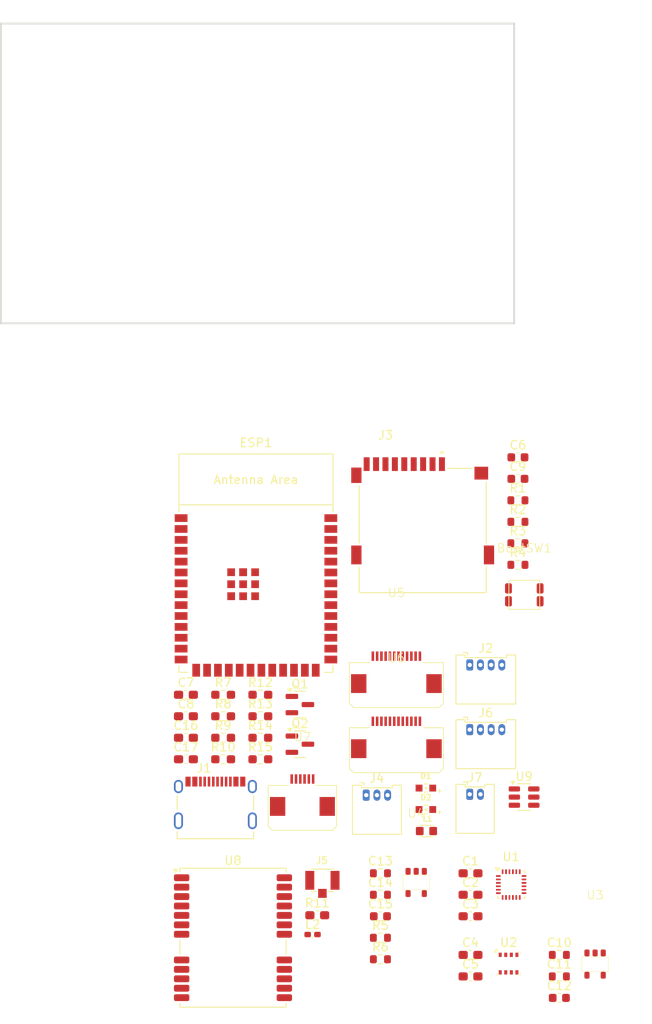
<source format=kicad_pcb>
(kicad_pcb (version 20240108) (generator "pcbnew") (generator_version "8.0")
  (layers (0 "F.Cu" signal) (31 "B.Cu" signal) (34 "B.Paste" user) (35 "F.Paste" user) (36 "B.SilkS" user "B.Silkscreen") (37 "F.SilkS" user "F.Silkscreen") (38 "B.Mask" user) (39 "F.Mask" user) (44 "Edge.Cuts" user))
  (net 0 "")
  (net 1 "Net-(ESP1-GPIO0{slash}BOOT)")
  (net 2 "GND")
  (net 3 "+1V8")
  (net 4 "+3V3")
  (net 5 "Net-(U1-REGOUT)")
  (net 6 "Net-(ESP1-EN)")
  (net 7 "/1V8 Regulator/Vin")
  (net 8 "Net-(D1-Pad1)")
  (net 9 "Net-(D2-Pad1)")
  (net 26 "USB -")
  (net 34 "USB +")
  (net 46 "+5V")
  (net 50 "Net-(J1-CC1)")
  (net 53 "Net-(J1-CC2)")
  (net 54 "SD Card CS")
  (net 55 "SD Card CLK")
  (net 56 "SD Card MOSI")
  (net 59 "SD Card MISO")
  (net 60 "SD Card Detect")
  (net 61 "Neck LEDS")
  (net 62 "Net-(U8-RF_IN)")
  (net 63 "Jaw LEDS")
  (net 64 "Net-(L2-Pad1)")
  (net 65 "3V3 Neck LEDS")
  (net 66 "3V3 Jaw LEDS")
  (net 67 "Net-(U4-ADJ)")
  (net 68 "SCL")
  (net 69 "SDA")
  (net 70 "Net-(U8-VCC_RF)")
  (net 87 "CPU-GPU GPIO 1")
  (net 88 "CPU-GPU TX")
  (net 89 "CPU-GPU GPIO 2")
  (net 90 "CPU-GPU GPIO 3")
  (net 91 "CPU-GPU GPIO 0")
  (net 92 "CPU-GPU RX")
  (net 93 "CPU-Mask TX")
  (net 94 "CPU-Mask RX")
  (net 95 "CPU-Mask GPIO 0")
  (net 96 "CPU-Mask GPIO 1")
  (net 97 "CPU-PDU Analog Voltage")
  (net 98 "CPU-PDU Analog Current")
  (net 100 "GPS Reset")
  (net 107 "GPS UART TX")
  (net 112 "GPS UART RX")
  (footprint "Capacitor_SMD:C_0603_1608Metric_Pad1.08x0.95mm_HandSolder" (layer "F.Cu") (at 154.89 151.24)
    (property "Reference" "C5" (at 0 -1.43 0) (layer "F.SilkS"))
    (property "Value" "100nF")
    (pad "1" smd roundrect (at -0.8625 0) (size 1.075 0.95) (layers "F.Cu" "F.Paste" "F.Mask") (net 4 "+3V3"))
    (pad "2" smd roundrect (at 0.8625 0) (size 1.075 0.95) (layers "F.Cu" "F.Paste" "F.Mask") (net 2 "GND"))
  )
  (footprint "Capacitor_SMD:C_0603_1608Metric_Pad1.08x0.95mm_HandSolder" (layer "F.Cu") (at 154.89 148.73)
    (property "Reference" "C4" (at 0 -1.43 0) (layer "F.SilkS"))
    (property "Value" "100nF")
    (pad "1" smd roundrect (at -0.8625 0) (size 1.075 0.95) (layers "F.Cu" "F.Paste" "F.Mask") (net 2 "GND"))
    (pad "2" smd roundrect (at 0.8625 0) (size 1.075 0.95) (layers "F.Cu" "F.Paste" "F.Mask") (net 4 "+3V3"))
  )
  (footprint "Resistor_SMD:R_0603_1608Metric_Pad0.98x0.95mm_HandSolder" (layer "F.Cu") (at 130.33 120.87)
    (property "Reference" "R13" (at 0 -1.43 0) (layer "F.SilkS"))
    (property "Value" "65")
    (pad "1" smd roundrect (at -0.9125 0) (size 0.975 0.95) (layers "F.Cu" "F.Paste" "F.Mask") (net 9 "Net-(D2-Pad1)"))
    (pad "2" smd roundrect (at 0.9125 0) (size 0.975 0.95) (layers "F.Cu" "F.Paste" "F.Mask") (net 2 "GND"))
  )
  (footprint "AP7366-SOT25:AP7366" (layer "F.Cu") (at 148.54 140.27)
    (property "Reference" "U4" (at 0 -8.05 0) (layer "F.SilkS") (effects (font (thickness 0.1))))
    (property "Value" "AP7366-W5-7")
    (pad "1" smd roundrect (at 0.95 -1.3 90) (size 0.8 0.6) (layers "F.Cu" "F.Paste" "F.Mask") (net 7 "/1V8 Regulator/Vin"))
    (pad "2" smd roundrect (at 0 -1.3 90) (size 0.8 0.6) (layers "F.Cu" "F.Paste" "F.Mask") (net 2 "GND"))
    (pad "3" smd roundrect (at -0.95 -1.3 90) (size 0.8 0.6) (layers "F.Cu" "F.Paste" "F.Mask") (net 7 "/1V8 Regulator/Vin"))
    (pad "4" smd roundrect (at -0.95 1.3 90) (size 0.8 0.6) (layers "F.Cu" "F.Paste" "F.Mask") (net 67 "Net-(U4-ADJ)"))
    (pad "5" smd roundrect (at 0.95 1.3 90) (size 0.8 0.6) (layers "F.Cu" "F.Paste" "F.Mask") (net 3 "+1V8"))
  )
  (footprint "Resistor_SMD:R_0603_1608Metric" (layer "F.Cu") (at 160.43 103.19)
    (property "Reference" "R4" (at 0 -1.43 0) (layer "F.SilkS"))
    (property "Value" "5.1K")
    (pad "1" smd roundrect (at -0.825 0) (size 0.8 0.95) (layers "F.Cu" "F.Paste" "F.Mask") (net 50 "Net-(J1-CC1)"))
    (pad "2" smd roundrect (at 0.825 0) (size 0.8 0.95) (layers "F.Cu" "F.Paste" "F.Mask") (net 2 "GND"))
  )
  (footprint "Resistor_SMD:R_0603_1608Metric" (layer "F.Cu") (at 144.36 141.71)
    (property "Reference" "C14" (at 0 -1.43 0) (layer "F.SilkS"))
    (property "Value" "1uF")
    (pad "1" smd roundrect (at -0.825 0) (size 0.8 0.95) (layers "F.Cu" "F.Paste" "F.Mask") (net 3 "+1V8"))
    (pad "2" smd roundrect (at 0.825 0) (size 0.8 0.95) (layers "F.Cu" "F.Paste" "F.Mask") (net 2 "GND"))
  )
  (footprint "Capacitor_SMD:C_0603_1608Metric_Pad1.08x0.95mm_HandSolder" (layer "F.Cu") (at 121.63 123.38)
    (property "Reference" "C16" (at 0 -1.43 0) (layer "F.SilkS"))
    (property "Value" "22uF")
    (pad "1" smd roundrect (at -0.8625 0) (size 1.075 0.95) (layers "F.Cu" "F.Paste" "F.Mask") (net 4 "+3V3"))
    (pad "2" smd roundrect (at 0.8625 0) (size 1.075 0.95) (layers "F.Cu" "F.Paste" "F.Mask") (net 2 "GND"))
  )
  (footprint "USBC_10171746_00021LF:AMPHENOL_10171746-00021LF" (layer "F.Cu") (at 125.075 133.07)
    (property "Reference" "J1" (at -1.325 -6.135 0) (layer "F.SilkS"))
    (property "Value" "10171746-00021LF")
    (pad "A1_B12" smd rect (at -3.2 -4.575) (size 0.6 1.15) (layers "F.Cu" "F.Paste" "F.Mask") (net 2 "GND"))
    (pad "A4_B9" smd rect (at -2.4 -4.575) (size 0.6 1.15) (layers "F.Cu" "F.Paste" "F.Mask") (net 46 "+5V"))
    (pad "A5" smd rect (at -1.25 -4.575) (size 0.3 1.15) (layers "F.Cu" "F.Paste" "F.Mask") (net 50 "Net-(J1-CC1)"))
    (pad "A6" smd rect (at -0.25 -4.575) (size 0.3 1.15) (layers "F.Cu" "F.Paste" "F.Mask") (net 34 "USB +"))
    (pad "A7" smd rect (at 0.25 -4.575) (size 0.3 1.15) (layers "F.Cu" "F.Paste" "F.Mask") (net 26 "USB -"))
    (pad "A8" smd rect (at 1.25 -4.575) (size 0.3 1.15) (layers "F.Cu" "F.Paste" "F.Mask"))
    (pad "B1_A12" smd rect (at 3.2 -4.575) (size 0.6 1.15) (layers "F.Cu" "F.Paste" "F.Mask") (net 2 "GND"))
    (pad "B4_A9" smd rect (at 2.4 -4.575) (size 0.6 1.15) (layers "F.Cu" "F.Paste" "F.Mask") (net 46 "+5V"))
    (pad "B5" smd rect (at 1.75 -4.575) (size 0.3 1.15) (layers "F.Cu" "F.Paste" "F.Mask") (net 53 "Net-(J1-CC2)"))
    (pad "B6" smd rect (at 0.75 -4.575) (size 0.3 1.15) (layers "F.Cu" "F.Paste" "F.Mask") (net 34 "USB +"))
    (pad "B7" smd rect (at -0.75 -4.575) (size 0.3 1.15) (layers "F.Cu" "F.Paste" "F.Mask") (net 26 "USB -"))
    (pad "B8" smd rect (at -1.75 -4.575) (size 0.3 1.15) (layers "F.Cu" "F.Paste" "F.Mask"))
    (pad "SH1" thru_hole oval (at -4.32 -4) (size 1.05 1.55) (drill oval 0.65 1.15) (layers "*.Cu" "*.Mask"))
    (pad "SH2" thru_hole oval (at 4.32 -4) (size 1.05 1.55) (drill oval 0.65 1.15) (layers "*.Cu" "*.Mask"))
    (pad "SH3" thru_hole oval (at -4.32 0) (size 1.05 1.95) (drill oval 0.65 1.55) (layers "*.Cu" "*.Mask"))
    (pad "SH4" thru_hole oval (at 4.32 0) (size 1.05 1.95) (drill oval 0.65 1.55) (layers "*.Cu" "*.Mask"))
  )
  (footprint "Resistor_SMD:R_0603_1608Metric" (layer "F.Cu") (at 144.36 139.2)
    (property "Reference" "C13" (at 0 -1.43 0) (layer "F.SilkS"))
    (property "Value" "1uF")
    (pad "1" smd roundrect (at -0.825 0) (size 0.8 0.95) (layers "F.Cu" "F.Paste" "F.Mask") (net 7 "/1V8 Regulator/Vin"))
    (pad "2" smd roundrect (at 0.825 0) (size 0.8 0.95) (layers "F.Cu" "F.Paste" "F.Mask") (net 2 "GND"))
  )
  (footprint "LED_Red_SMD:WL-SMCW_0603" (layer "F.Cu") (at 149.675 129.255)
    (property "Reference" "D1" (at 0 -1.4064 0) (layer "F.SilkS") (effects (font (size 0.64 0.64))))
    (property "Value" "WL-SMCW_0603")
    (fp_text user "+" (at 1.6 0.3 0) (layer "F.SilkS") (effects (font (size 0.48 0.48))))
    (pad "1" smd rect (at -0.8 0) (size 0.8 0.8) (layers "F.Cu" "F.Paste" "F.Mask") (net 8 "Net-(D1-Pad1)"))
    (pad "2" smd rect (at 0.8 0) (size 0.8 0.8) (layers "F.Cu" "F.Paste" "F.Mask") (net 4 "+3V3"))
  )
  (footprint "Resistor_SMD:R_0603_1608Metric_Pad0.98x0.95mm_HandSolder" (layer "F.Cu") (at 125.98 120.87)
    (property "Reference" "R8" (at 0 -1.43 0) (layer "F.SilkS"))
    (property "Value" "10K")
    (pad "1" smd roundrect (at -0.9125 0) (size 0.975 0.95) (layers "F.Cu" "F.Paste" "F.Mask") (net 4 "+3V3"))
    (pad "2" smd roundrect (at 0.9125 0) (size 0.975 0.95) (layers "F.Cu" "F.Paste" "F.Mask") (net 69 "SDA"))
  )
  (footprint "Sensor_Motion:InvenSense_QFN-24_3x3mm_P0.4mm" (layer "F.Cu") (at 159.64 140.52)
    (property "Reference" "U1" (at 0 -3.25 0) (layer "F.SilkS"))
    (property "Value" "ICM-20948")
    (pad "1" smd roundrect (at -1.5 -1) (size 0.55 0.2) (layers "F.Cu" "F.Paste" "F.Mask"))
    (pad "2" smd roundrect (at -1.5 -0.6) (size 0.55 0.2) (layers "F.Cu" "F.Paste" "F.Mask"))
    (pad "3" smd roundrect (at -1.5 -0.2) (size 0.55 0.2) (layers "F.Cu" "F.Paste" "F.Mask"))
    (pad "4" smd roundrect (at -1.5 0.2) (size 0.55 0.2) (layers "F.Cu" "F.Paste" "F.Mask"))
    (pad "5" smd roundrect (at -1.5 0.6) (size 0.55 0.2) (layers "F.Cu" "F.Paste" "F.Mask"))
    (pad "6" smd roundrect (at -1.5 1) (size 0.55 0.2) (layers "F.Cu" "F.Paste" "F.Mask"))
    (pad "7" smd roundrect (at -1 1.5 90) (size 0.55 0.2) (layers "F.Cu" "F.Paste" "F.Mask"))
    (pad "8" smd roundrect (at -0.6 1.5 90) (size 0.55 0.2) (layers "F.Cu" "F.Paste" "F.Mask") (net 3 "+1V8"))
    (pad "9" smd roundrect (at -0.2 1.5 90) (size 0.55 0.2) (layers "F.Cu" "F.Paste" "F.Mask") (net 2 "GND"))
    (pad "10" smd roundrect (at 0.2 1.5 90) (size 0.55 0.2) (layers "F.Cu" "F.Paste" "F.Mask") (net 5 "Net-(U1-REGOUT)"))
    (pad "11" smd roundrect (at 0.6 1.5 90) (size 0.55 0.2) (layers "F.Cu" "F.Paste" "F.Mask"))
    (pad "12" smd roundrect (at 1 1.5 90) (size 0.55 0.2) (layers "F.Cu" "F.Paste" "F.Mask"))
    (pad "13" smd roundrect (at 1.5 1) (size 0.55 0.2) (layers "F.Cu" "F.Paste" "F.Mask") (net 4 "+3V3"))
    (pad "14" smd roundrect (at 1.5 0.6) (size 0.55 0.2) (layers "F.Cu" "F.Paste" "F.Mask"))
    (pad "15" smd roundrect (at 1.5 0.2) (size 0.55 0.2) (layers "F.Cu" "F.Paste" "F.Mask"))
    (pad "16" smd roundrect (at 1.5 -0.2) (size 0.55 0.2) (layers "F.Cu" "F.Paste" "F.Mask"))
    (pad "17" smd roundrect (at 1.5 -0.6) (size 0.55 0.2) (layers "F.Cu" "F.Paste" "F.Mask"))
    (pad "18" smd roundrect (at 1.5 -1) (size 0.55 0.2) (layers "F.Cu" "F.Paste" "F.Mask") (net 2 "GND"))
    (pad "19" smd roundrect (at 1 -1.5 90) (size 0.55 0.2) (layers "F.Cu" "F.Paste" "F.Mask"))
    (pad "20" smd roundrect (at 0.6 -1.5 90) (size 0.55 0.2) (layers "F.Cu" "F.Paste" "F.Mask") (net 2 "GND"))
    (pad "21" smd roundrect (at 0.2 -1.5 90) (size 0.55 0.2) (layers "F.Cu" "F.Paste" "F.Mask"))
    (pad "22" smd roundrect (at -0.2 -1.5 90) (size 0.55 0.2) (layers "F.Cu" "F.Paste" "F.Mask") (net 3 "+1V8"))
    (pad "23" smd roundrect (at -0.6 -1.5 90) (size 0.55 0.2) (layers "F.Cu" "F.Paste" "F.Mask") (net 68 "SCL"))
    (pad "24" smd roundrect (at -1 -1.5 90) (size 0.55 0.2) (layers "F.Cu" "F.Paste" "F.Mask") (net 69 "SDA"))
  )
  (footprint "Capacitor_SMD:C_0603_1608Metric" (layer "F.Cu") (at 144.36 144.22)
    (property "Reference" "C15" (at 0 -1.43 0) (layer "F.SilkS"))
    (property "Value" "10uF")
    (pad "1" smd roundrect (at -0.775 0) (size 0.9 0.95) (layers "F.Cu" "F.Paste" "F.Mask") (net 3 "+1V8"))
    (pad "2" smd roundrect (at 0.775 0) (size 0.9 0.95) (layers "F.Cu" "F.Paste" "F.Mask") (net 2 "GND"))
  )
  (footprint "MicroSD_MSD_1_A:CUI_MSD-1-A" (layer "F.Cu") (at 149.3 99.185)
    (property "Reference" "J3" (at -4.325 -11.135 0) (layer "F.SilkS"))
    (property "Value" "MSD-1-A")
    (pad "" np_thru_hole circle (at -4.95 3.25) (size 1 1) (drill 1) (layers "*.Cu" "*.Mask"))
    (pad "" np_thru_hole circle (at 3.05 3.25) (size 1 1) (drill 1) (layers "*.Cu" "*.Mask"))
    (pad "1" smd rect (at 2.25 -7.75) (size 0.7 1.6) (layers "F.Cu" "F.Paste" "F.Mask"))
    (pad "2" smd rect (at 1.15 -7.75) (size 0.7 1.6) (layers "F.Cu" "F.Paste" "F.Mask") (net 54 "SD Card CS"))
    (pad "3" smd rect (at 0.05 -7.75) (size 0.7 1.6) (layers "F.Cu" "F.Paste" "F.Mask") (net 56 "SD Card MOSI"))
    (pad "4" smd rect (at -1.05 -7.75) (size 0.7 1.6) (layers "F.Cu" "F.Paste" "F.Mask") (net 4 "+3V3"))
    (pad "5" smd rect (at -2.15 -7.75) (size 0.7 1.6) (layers "F.Cu" "F.Paste" "F.Mask") (net 55 "SD Card CLK"))
    (pad "6" smd rect (at -3.25 -7.75) (size 0.7 1.6) (layers "F.Cu" "F.Paste" "F.Mask") (net 2 "GND"))
    (pad "7" smd rect (at -4.35 -7.75) (size 0.7 1.6) (layers "F.Cu" "F.Paste" "F.Mask") (net 59 "SD Card MISO"))
    (pad "8" smd rect (at -5.45 -7.75) (size 0.7 1.6) (layers "F.Cu" "F.Paste" "F.Mask"))
    (pad "CD" smd rect (at -6.55 -7.75) (size 0.7 1.6) (layers "F.Cu" "F.Paste" "F.Mask") (net 60 "SD Card Detect"))
    (pad "G1" smd rect (at -7.75 -6.45) (size 1.2 1.8) (layers "F.Cu" "F.Paste" "F.Mask") (net 2 "GND"))
    (pad "G2" smd rect (at 6.85 -6.7) (size 1.6 1.5) (layers "F.Cu" "F.Paste" "F.Mask") (net 2 "GND"))
    (pad "G3" smd rect (at -7.75 2.85) (size 1.2 2.2) (layers "F.Cu" "F.Paste" "F.Mask") (net 2 "GND"))
    (pad "G4" smd rect (at 7.75 2.85) (size 1.2 2.2) (layers "F.Cu" "F.Paste" "F.Mask") (net 2 "GND"))
  )
  (footprint "RF_GPS:ublox_NEO" (layer "F.Cu") (at 127.13 146.72)
    (property "Reference" "U8" (at 0 -9 0) (layer "F.SilkS"))
    (property "Value" "NEO-M8M")
    (pad "1" smd roundrect (at -6 -7) (size 1.8 0.8) (layers "F.Cu" "F.Paste" "F.Mask"))
    (pad "2" smd roundrect (at -6 -5.9) (size 1.8 0.8) (layers "F.Cu" "F.Paste" "F.Mask"))
    (pad "3" smd roundrect (at -6 -4.8) (size 1.8 0.8) (layers "F.Cu" "F.Paste" "F.Mask"))
    (pad "4" smd roundrect (at -6 -3.7) (size 1.8 0.8) (layers "F.Cu" "F.Paste" "F.Mask"))
    (pad "5" smd roundrect (at -6 -2.6) (size 1.8 0.8) (layers "F.Cu" "F.Paste" "F.Mask"))
    (pad "6" smd roundrect (at -6 -1.5) (size 1.8 0.8) (layers "F.Cu" "F.Paste" "F.Mask"))
    (pad "7" smd roundrect (at -6 -0.4) (size 1.8 0.8) (layers "F.Cu" "F.Paste" "F.Mask") (net 2 "GND"))
    (pad "8" smd roundrect (at -6 2.6) (size 1.8 0.8) (layers "F.Cu" "F.Paste" "F.Mask") (net 100 "GPS Reset"))
    (pad "9" smd roundrect (at -6 3.7) (size 1.8 0.8) (layers "F.Cu" "F.Paste" "F.Mask") (net 70 "Net-(U8-VCC_RF)"))
    (pad "10" smd roundrect (at -6 4.8) (size 1.8 0.8) (layers "F.Cu" "F.Paste" "F.Mask") (net 2 "GND"))
    (pad "11" smd roundrect (at -6 5.9) (size 1.8 0.8) (layers "F.Cu" "F.Paste" "F.Mask") (net 62 "Net-(U8-RF_IN)"))
    (pad "12" smd roundrect (at -6 7) (size 1.8 0.8) (layers "F.Cu" "F.Paste" "F.Mask") (net 2 "GND"))
    (pad "13" smd roundrect (at 6 7) (size 1.8 0.8) (layers "F.Cu" "F.Paste" "F.Mask") (net 2 "GND"))
    (pad "14" smd roundrect (at 6 5.9) (size 1.8 0.8) (layers "F.Cu" "F.Paste" "F.Mask"))
    (pad "15" smd roundrect (at 6 4.8) (size 1.8 0.8) (layers "F.Cu" "F.Paste" "F.Mask"))
    (pad "16" smd roundrect (at 6 3.7) (size 1.8 0.8) (layers "F.Cu" "F.Paste" "F.Mask"))
    (pad "17" smd roundrect (at 6 2.6) (size 1.8 0.8) (layers "F.Cu" "F.Paste" "F.Mask"))
    (pad "18" smd roundrect (at 6 -0.4) (size 1.8 0.8) (layers "F.Cu" "F.Paste" "F.Mask") (net 69 "SDA"))
    (pad "19" smd roundrect (at 6 -1.5) (size 1.8 0.8) (layers "F.Cu" "F.Paste" "F.Mask") (net 68 "SCL"))
    (pad "20" smd roundrect (at 6 -2.6) (size 1.8 0.8) (layers "F.Cu" "F.Paste" "F.Mask") (net 107 "GPS UART TX"))
    (pad "21" smd roundrect (at 6 -3.7) (size 1.8 0.8) (layers "F.Cu" "F.Paste" "F.Mask") (net 112 "GPS UART RX"))
    (pad "22" smd roundrect (at 6 -4.8) (size 1.8 0.8) (layers "F.Cu" "F.Paste" "F.Mask"))
    (pad "23" smd roundrect (at 6 -5.9) (size 1.8 0.8) (layers "F.Cu" "F.Paste" "F.Mask") (net 4 "+3V3"))
    (pad "24" smd roundrect (at 6 -7) (size 1.8 0.8) (layers "F.Cu" "F.Paste" "F.Mask") (net 2 "GND"))
  )
  (footprint "Capacitor_SMD:C_0603_1608Metric_Pad1.08x0.95mm_HandSolder" (layer "F.Cu") (at 154.89 139.2)
    (property "Reference" "C1" (at 0 -1.43 0) (layer "F.SilkS"))
    (property "Value" "0.1uF")
    (pad "1" smd roundrect (at -0.8625 0) (size 1.075 0.95) (layers "F.Cu" "F.Paste" "F.Mask") (net 2 "GND"))
    (pad "2" smd roundrect (at 0.8625 0) (size 1.075 0.95) (layers "F.Cu" "F.Paste" "F.Mask") (net 3 "+1V8"))
  )
  (footprint "Connector_Molex:Molex_PicoBlade_53048-0310_1x03_P1.25mm_Horizontal" (layer "F.Cu") (at 142.7 130.08)
    (property "Reference" "J4" (at 1.25 -1.95 0) (layer "F.SilkS"))
    (property "Value" "JST [N]")
    (pad "1" thru_hole roundrect (at 0 0) (size 0.8 1.3) (drill 0.5) (layers "*.Cu" "*.Mask") (net 2 "GND"))
    (pad "2" thru_hole oval (at 1.25 0) (size 0.8 1.3) (drill 0.5) (layers "*.Cu" "*.Mask") (net 46 "+5V"))
    (pad "3" thru_hole oval (at 2.5 0) (size 0.8 1.3) (drill 0.5) (layers "*.Cu" "*.Mask") (net 61 "Neck LEDS"))
  )
  (footprint "Resistor_SMD:R_0603_1608Metric_Pad0.98x0.95mm_HandSolder" (layer "F.Cu") (at 125.98 125.89)
    (property "Reference" "R10" (at 0 -1.43 0) (layer "F.SilkS"))
    (property "Value" "10K")
    (pad "1" smd roundrect (at -0.9125 0) (size 0.975 0.95) (layers "F.Cu" "F.Paste" "F.Mask") (net 46 "+5V"))
    (pad "2" smd roundrect (at 0.9125 0) (size 0.975 0.95) (layers "F.Cu" "F.Paste" "F.Mask") (net 61 "Neck LEDS"))
  )
  (footprint "Resistor_SMD:R_0603_1608Metric" (layer "F.Cu") (at 165.27 151.24)
    (property "Reference" "C11" (at 0 -1.43 0) (layer "F.SilkS"))
    (property "Value" "1uF")
    (pad "1" smd roundrect (at -0.825 0) (size 0.8 0.95) (layers "F.Cu" "F.Paste" "F.Mask") (net 4 "+3V3"))
    (pad "2" smd roundrect (at 0.825 0) (size 0.8 0.95) (layers "F.Cu" "F.Paste" "F.Mask") (net 2 "GND"))
  )
  (footprint "Resistor_SMD:R_0603_1608Metric" (layer "F.Cu") (at 160.43 100.68)
    (property "Reference" "R3" (at 0 -1.43 0) (layer "F.SilkS"))
    (property "Value" "5.1K")
    (pad "1" smd roundrect (at -0.825 0) (size 0.8 0.95) (layers "F.Cu" "F.Paste" "F.Mask") (net 53 "Net-(J1-CC2)"))
    (pad "2" smd roundrect (at 0.825 0) (size 0.8 0.95) (layers "F.Cu" "F.Paste" "F.Mask") (net 2 "GND"))
  )
  (footprint "Capacitor_SMD:C_0603_1608Metric" (layer "F.Cu") (at 160.43 90.64)
    (property "Reference" "C6" (at 0 -1.43 0) (layer "F.SilkS"))
    (property "Value" "1uF")
    (pad "1" smd roundrect (at -0.775 0) (size 0.9 0.95) (layers "F.Cu" "F.Paste" "F.Mask") (net 2 "GND"))
    (pad "2" smd roundrect (at 0.775 0) (size 0.9 0.95) (layers "F.Cu" "F.Paste" "F.Mask") (net 6 "Net-(ESP1-EN)"))
  )
  (footprint "Ferrite_Bead_MPZ1608S601ATA00:INDC1608X95N" (layer "F.Cu") (at 149.74 134.27)
    (property "Reference" "L1" (at 0.130095 -1.419989 0) (layer "F.SilkS") (effects (font (size 0.630361 0.630361))))
    (property "Value" "MPZ1608S601ATA00")
    (pad "1" smd roundrect (at -0.785 0) (size 0.9 0.97) (layers "F.Cu" "F.Paste" "F.Mask") (roundrect_rratio 0.15) (net 46 "+5V"))
    (pad "2" smd roundrect (at 0.785 0) (size 0.9 0.97) (layers "F.Cu" "F.Paste" "F.Mask") (roundrect_rratio 0.15) (net 7 "/1V8 Regulator/Vin"))
  )
  (footprint "Button-R-667843:Button-R-667843" (layer "F.Cu") (at 161.175 106.695)
    (property "Reference" "BootSW1" (at 0 -5.45 0) (layer "F.SilkS") (effects (font (thickness 0.1))))
    (property "Value" "SW_Push")
    (pad "1" smd roundrect (at -1.85 -0.75) (size 0.8 1.2) (layers "F.Cu" "F.Paste" "F.Mask") (net 1 "Net-(ESP1-GPIO0{slash}BOOT)"))
    (pad "1" smd roundrect (at -1.85 0.75) (size 0.8 1.2) (layers "F.Cu" "F.Paste" "F.Mask") (net 1 "Net-(ESP1-GPIO0{slash}BOOT)"))
    (pad "2" smd roundrect (at 1.85 -0.75) (size 0.8 1.2) (layers "F.Cu" "F.Paste" "F.Mask") (net 2 "GND"))
    (pad "2" smd roundrect (at 1.85 0.75) (size 0.8 1.2) (layers "F.Cu" "F.Paste" "F.Mask") (net 2 "GND"))
  )
  (footprint "Resistor_SMD:R_0603_1608Metric" (layer "F.Cu") (at 165.27 148.73)
    (property "Reference" "C10" (at 0 -1.43 0) (layer "F.SilkS"))
    (property "Value" "1uF")
    (pad "1" smd roundrect (at -0.825 0) (size 0.8 0.95) (layers "F.Cu" "F.Paste" "F.Mask") (net 7 "/1V8 Regulator/Vin"))
    (pad "2" smd roundrect (at 0.825 0) (size 0.8 0.95) (layers "F.Cu" "F.Paste" "F.Mask") (net 2 "GND"))
  )
  (footprint "Resistor_SMD:R_0603_1608Metric_Pad0.98x0.95mm_HandSolder" (layer "F.Cu") (at 125.98 123.38)
    (property "Reference" "R9" (at 0 -1.43 0) (layer "F.SilkS"))
    (property "Value" "10K")
    (pad "1" smd roundrect (at -0.9125 0) (size 0.975 0.95) (layers "F.Cu" "F.Paste" "F.Mask") (net 4 "+3V3"))
    (pad "2" smd roundrect (at 0.9125 0) (size 0.975 0.95) (layers "F.Cu" "F.Paste" "F.Mask") (net 65 "3V3 Neck LEDS"))
  )
  (footprint "Connector_Molex:Molex_PicoBlade_53048-0210_1x02_P1.25mm_Horizontal" (layer "F.Cu") (at 154.8 129.98)
    (property "Reference" "J7" (at 0.62 -1.95 0) (layer "F.SilkS"))
    (property "Value" "Pogo JST")
    (pad "1" thru_hole roundrect (at 0 0) (size 0.8 1.3) (drill 0.5) (layers "*.Cu" "*.Mask") (net 46 "+5V"))
    (pad "2" thru_hole oval (at 1.25 0) (size 0.8 1.3) (drill 0.5) (layers "*.Cu" "*.Mask") (net 46 "+5V"))
  )
  (footprint "Capacitor_SMD:C_0603_1608Metric_Pad1.08x0.95mm_HandSolder" (layer "F.Cu") (at 154.89 141.71)
    (property "Reference" "C2" (at 0 -1.43 0) (layer "F.SilkS"))
    (property "Value" "0.1uF")
    (pad "1" smd roundrect (at -0.8625 0) (size 1.075 0.95) (layers "F.Cu" "F.Paste" "F.Mask") (net 4 "+3V3"))
    (pad "2" smd roundrect (at 0.8625 0) (size 1.075 0.95) (layers "F.Cu" "F.Paste" "F.Mask") (net 2 "GND"))
  )
  (footprint "Resistor_SMD:R_0603_1608Metric" (layer "F.Cu") (at 160.43 98.17)
    (property "Reference" "R2" (at 0 -1.43 0) (layer "F.SilkS"))
    (property "Value" "10K")
    (pad "1" smd roundrect (at -0.825 0) (size 0.8 0.95) (layers "F.Cu" "F.Paste" "F.Mask") (net 4 "+3V3"))
    (pad "2" smd roundrect (at 0.825 0) (size 0.8 0.95) (layers "F.Cu" "F.Paste" "F.Mask") (net 1 "Net-(ESP1-GPIO0{slash}BOOT)"))
  )
  (footprint "FFC_Connector:FFC Aliexpress 0.5mm 6P" (layer "F.Cu") (at 135.245 129.145)
    (property "Reference" "U7" (at 0 -5.85 0) (layer "F.SilkS") (effects (font (thickness 0.1))))
    (property "Value" "FFC [K]")
    (pad "" smd rect (at -2.9 2.25) (size 1.8 2.2) (layers "F.Cu" "F.Paste" "F.Mask"))
    (pad "" smd rect (at 2.9 2.25) (size 1.8 2.2) (layers "F.Cu" "F.Paste" "F.Mask"))
    (pad "1" smd rect (at -1.25 -0.95) (size 0.3 1.1) (layers "F.Cu" "F.Paste" "F.Mask") (net 2 "GND"))
    (pad "2" smd rect (at -0.75 -0.95) (size 0.3 1.1) (layers "F.Cu" "F.Paste" "F.Mask") (net 97 "CPU-PDU Analog Voltage"))
    (pad "3" smd rect (at -0.25 -0.95) (size 0.3 1.1) (layers "F.Cu" "F.Paste" "F.Mask") (net 46 "+5V"))
    (pad "4" smd rect (at 0.25 -0.95) (size 0.3 1.1) (layers "F.Cu" "F.Paste" "F.Mask") (net 46 "+5V"))
    (pad "5" smd rect (at 0.75 -0.95) (size 0.3 1.1) (layers "F.Cu" "F.Paste" "F.Mask") (net 98 "CPU-PDU Analog Current"))
    (pad "6" smd rect (at 1.25 -0.95) (size 0.3 1.1) (layers "F.Cu" "F.Paste" "F.Mask") (net 2 "GND"))
  )
  (footprint "Package_TO_SOT_SMD:SOT-23" (layer "F.Cu") (at 134.95 119.505)
    (property "Reference" "Q1" (at 0 -2.4 0) (layer "F.SilkS"))
    (property "Value" "BSS138")
    (pad "1" smd roundrect (at -0.9375 -0.95) (size 1.475 0.6) (layers "F.Cu" "F.Paste" "F.Mask") (net 4 "+3V3"))
    (pad "2" smd roundrect (at -0.9375 0.95) (size 1.475 0.6) (layers "F.Cu" "F.Paste" "F.Mask") (net 65 "3V3 Neck LEDS"))
    (pad "3" smd roundrect (at 0.9375 0) (size 1.475 0.6) (layers "F.Cu" "F.Paste" "F.Mask") (net 61 "Neck LEDS"))
  )
  (footprint "AP7366-SOT25:AP7366" (layer "F.Cu") (at 169.45 149.8)
    (property "Reference" "U3" (at 0 -8.05 0) (layer "F.SilkS") (effects (font (thickness 0.1))))
    (property "Value" "AP7366-33W5-7")
    (pad "1" smd roundrect (at 0.95 -1.3 90) (size 0.8 0.6) (layers "F.Cu" "F.Paste" "F.Mask") (net 7 "/1V8 Regulator/Vin"))
    (pad "2" smd roundrect (at 0 -1.3 90) (size 0.8 0.6) (layers "F.Cu" "F.Paste" "F.Mask") (net 2 "GND"))
    (pad "3" smd roundrect (at -0.95 -1.3 90) (size 0.8 0.6) (layers "F.Cu" "F.Paste" "F.Mask") (net 7 "/1V8 Regulator/Vin"))
    (pad "4" smd roundrect (at -0.95 1.3 90) (size 0.8 0.6) (layers "F.Cu" "F.Paste" "F.Mask"))
    (pad "5" smd roundrect (at 0.95 1.3 90) (size 0.8 0.6) (layers "F.Cu" "F.Paste" "F.Mask") (net 4 "+3V3"))
  )
  (footprint "Resistor_SMD:R_0603_1608Metric_Pad0.98x0.95mm_HandSolder" (layer "F.Cu") (at 130.33 123.38)
    (property "Reference" "R14" (at 0 -1.43 0) (layer "F.SilkS"))
    (property "Value" "10K")
    (pad "1" smd roundrect (at -0.9125 0) (size 0.975 0.95) (layers "F.Cu" "F.Paste" "F.Mask") (net 4 "+3V3"))
    (pad "2" smd roundrect (at 0.9125 0) (size 0.975 0.95) (layers "F.Cu" "F.Paste" "F.Mask") (net 66 "3V3 Jaw LEDS"))
  )
  (footprint "FFC_Connector:FFC Aliexpress 0.5mm 12P" (layer "F.Cu") (at 146.225 114.805)
    (property "Reference" "U5" (at 0 -8.35 0) (layer "F.SilkS") (effects (font (thickness 0.1))))
    (property "Value" "FFC [G]")
    (pad "" smd rect (at -4.4 2.25) (size 1.8 2.2) (layers "F.Cu" "F.Paste" "F.Mask"))
    (pad "" smd rect (at 4.4 2.25) (size 1.8 2.2) (layers "F.Cu" "F.Paste" "F.Mask"))
    (pad "1" smd rect (at -2.75 -0.95) (size 0.3 1.1) (layers "F.Cu" "F.Paste" "F.Mask") (net 2 "GND"))
    (pad "2" smd rect (at -2.25 -0.95) (size 0.3 1.1) (layers "F.Cu" "F.Paste" "F.Mask") (net 91 "CPU-GPU GPIO 0"))
    (pad "3" smd rect (at -1.75 -0.95) (size 0.3 1.1) (layers "F.Cu" "F.Paste" "F.Mask") (net 2 "GND"))
    (pad "4" smd rect (at -1.25 -0.95) (size 0.3 1.1) (layers "F.Cu" "F.Paste" "F.Mask") (net 87 "CPU-GPU GPIO 1"))
    (pad "5" smd rect (at -0.75 -0.95) (size 0.3 1.1) (layers "F.Cu" "F.Paste" "F.Mask") (net 46 "+5V"))
    (pad "6" smd rect (at -0.25 -0.95) (size 0.3 1.1) (layers "F.Cu" "F.Paste" "F.Mask") (net 92 "CPU-GPU RX"))
    (pad "7" smd rect (at 0.25 -0.95) (size 0.3 1.1) (layers "F.Cu" "F.Paste" "F.Mask") (net 88 "CPU-GPU TX"))
    (pad "8" smd rect (at 0.75 -0.95) (size 0.3 1.1) (layers "F.Cu" "F.Paste" "F.Mask") (net 46 "+5V"))
    (pad "9" smd rect (at 1.25 -0.95) (size 0.3 1.1) (layers "F.Cu" "F.Paste" "F.Mask") (net 89 "CPU-GPU GPIO 2"))
    (pad "10" smd rect (at 1.75 -0.95) (size 0.3 1.1) (layers "F.Cu" "F.Paste" "F.Mask") (net 2 "GND"))
    (pad "11" smd rect (at 2.25 -0.95) (size 0.3 1.1) (layers "F.Cu" "F.Paste" "F.Mask") (net 90 "CPU-GPU GPIO 3"))
    (pad "12" smd rect (at 2.75 -0.95) (size 0.3 1.1) (layers "F.Cu" "F.Paste" "F.Mask") (net 2 "GND"))
  )
  (footprint "Capacitor_SMD:C_0603_1608Metric" (layer "F.Cu") (at 160.43 93.15)
    (property "Reference" "C9" (at 0 -1.43 0) (layer "F.SilkS"))
    (property "Value" "10uF")
    (pad "1" smd roundrect (at -0.775 0) (size 0.9 0.95) (layers "F.Cu" "F.Paste" "F.Mask") (net 7 "/1V8 Regulator/Vin"))
    (pad "2" smd roundrect (at 0.775 0) (size 0.9 0.95) (layers "F.Cu" "F.Paste" "F.Mask") (net 2 "GND"))
  )
  (footprint "Inductor_SMD:L_0402_1005Metric_Pad0.77x0.64mm_HandSolder" (layer "F.Cu") (at 136.43 146.35)
    (property "Reference" "L2" (at 0 -1.17 0) (layer "F.SilkS"))
    (property "Value" "LQG15HS27NJ02")
    (pad "1" smd roundrect (at -0.5725 0) (size 0.765 0.64) (layers "F.Cu" "F.Paste" "F.Mask") (net 64 "Net-(L2-Pad1)"))
    (pad "2" smd roundrect (at 0.5725 0) (size 0.765 0.64) (layers "F.Cu" "F.Paste" "F.Mask") (net 62 "Net-(U8-RF_IN)"))
  )
  (footprint "FFC_Connector:FFC Aliexpress 0.5mm 12P" (layer "F.Cu") (at 146.225 122.405)
    (property "Reference" "U6" (at 0 -8.35 0) (layer "F.SilkS") (effects (font (thickness 0.1))))
    (property "Value" "FFC [M]")
    (pad "" smd rect (at -4.4 2.25) (size 1.8 2.2) (layers "F.Cu" "F.Paste" "F.Mask"))
    (pad "" smd rect (at 4.4 2.25) (size 1.8 2.2) (layers "F.Cu" "F.Paste" "F.Mask"))
    (pad "1" smd rect (at -2.75 -0.95) (size 0.3 1.1) (layers "F.Cu" "F.Paste" "F.Mask") (net 2 "GND"))
    (pad "2" smd rect (at -2.25 -0.95) (size 0.3 1.1) (layers "F.Cu" "F.Paste" "F.Mask") (net 2 "GND"))
    (pad "3" smd rect (at -1.75 -0.95) (size 0.3 1.1) (layers "F.Cu" "F.Paste" "F.Mask") (net 2 "GND"))
    (pad "4" smd rect (at -1.25 -0.95) (size 0.3 1.1) (layers "F.Cu" "F.Paste" "F.Mask") (net 95 "CPU-Mask GPIO 0"))
    (pad "5" smd rect (at -0.75 -0.95) (size 0.3 1.1) (layers "F.Cu" "F.Paste" "F.Mask") (net 46 "+5V"))
    (pad "6" smd rect (at -0.25 -0.95) (size 0.3 1.1) (layers "F.Cu" "F.Paste" "F.Mask") (net 94 "CPU-Mask RX"))
    (pad "7" smd rect (at 0.25 -0.95) (size 0.3 1.1) (layers "F.Cu" "F.Paste" "F.Mask") (net 93 "CPU-Mask TX"))
    (pad "8" smd rect (at 0.75 -0.95) (size 0.3 1.1) (layers "F.Cu" "F.Paste" "F.Mask") (net 46 "+5V"))
    (pad "9" smd rect (at 1.25 -0.95) (size 0.3 1.1) (layers "F.Cu" "F.Paste" "F.Mask") (net 96 "CPU-Mask GPIO 1"))
    (pad "10" smd rect (at 1.75 -0.95) (size 0.3 1.1) (layers "F.Cu" "F.Paste" "F.Mask") (net 2 "GND"))
    (pad "11" smd rect (at 2.25 -0.95) (size 0.3 1.1) (layers "F.Cu" "F.Paste" "F.Mask") (net 2 "GND"))
    (pad "12" smd rect (at 2.75 -0.95) (size 0.3 1.1) (layers "F.Cu" "F.Paste" "F.Mask") (net 2 "GND"))
  )
  (footprint "RF_Connector_U-FL:HRS_U.FL-R-SMT-1_10_" (layer "F.Cu") (at 137.58 140.02)
    (property "Reference" "J5" (at -0.060105 -2.311695 0) (layer "F.SilkS") (effects (font (size 0.801283 0.801283))))
    (property "Value" "U.FL-R-SMT-1_10_")
    (pad "1" smd rect (at -1.475 0) (size 1.05 2.2) (layers "F.Cu" "F.Paste" "F.Mask") (net 2 "GND"))
    (pad "1" smd rect (at 1.475 0) (size 1.05 2.2) (layers "F.Cu" "F.Paste" "F.Mask") (net 2 "GND"))
    (pad "2" smd rect (at 0 1.525) (size 1 1.05) (layers "F.Cu" "F.Paste" "F.Mask") (net 62 "Net-(U8-RF_IN)"))
  )
  (footprint "Capacitor_SMD:C_0603_1608Metric_Pad1.08x0.95mm_HandSolder" (layer "F.Cu") (at 136.98 144.1)
    (property "Reference" "R11" (at 0 -1.43 0) (layer "F.SilkS"))
    (property "Value" "10")
    (pad "1" smd roundrect (at -0.8625 0) (size 1.075 0.95) (layers "F.Cu" "F.Paste" "F.Mask") (net 70 "Net-(U8-VCC_RF)"))
    (pad "2" smd roundrect (at 0.8625 0) (size 1.075 0.95) (layers "F.Cu" "F.Paste" "F.Mask") (net 64 "Net-(L2-Pad1)"))
  )
  (footprint "Package_TO_SOT_SMD:SOT-23" (layer "F.Cu") (at 134.95 124.13)
    (property "Reference" "Q2" (at 0 -2.4 0) (layer "F.SilkS"))
    (property "Value" "BSS138")
    (pad "1" smd roundrect (at -0.9375 -0.95) (size 1.475 0.6) (layers "F.Cu" "F.Paste" "F.Mask") (net 4 "+3V3"))
    (pad "2" smd roundrect (at -0.9375 0.95) (size 1.475 0.6) (layers "F.Cu" "F.Paste" "F.Mask") (net 66 "3V3 Jaw LEDS"))
    (pad "3" smd roundrect (at 0.9375 0) (size 1.475 0.6) (layers "F.Cu" "F.Paste" "F.Mask") (net 63 "Jaw LEDS"))
  )
  (footprint "Connector_Molex:Molex_PicoBlade_53048-0410_1x04_P1.25mm_Horizontal" (layer "F.Cu") (at 154.8 114.88)
    (property "Reference" "J2" (at 1.88 -1.95 0) (layer "F.SilkS"))
    (property "Value" "JST [C]")
    (pad "1" thru_hole roundrect (at 0 0) (size 0.8 1.3) (drill 0.5) (layers "*.Cu" "*.Mask") (net 2 "GND"))
    (pad "2" thru_hole oval (at 1.25 0) (size 0.8 1.3) (drill 0.5) (layers "*.Cu" "*.Mask") (net 46 "+5V"))
    (pad "3" thru_hole oval (at 2.5 0) (size 0.8 1.3) (drill 0.5) (layers "*.Cu" "*.Mask") (net 46 "+5V"))
    (pad "4" thru_hole oval (at 3.75 0) (size 0.8 1.3) (drill 0.5) (layers "*.Cu" "*.Mask") (net 2 "GND"))
  )
  (footprint "Resistor_SMD:R_0603_1608Metric_Pad0.98x0.95mm_HandSolder" (layer "F.Cu") (at 130.33 118.36)
    (property "Reference" "R12" (at 0 -1.43 0) (layer "F.SilkS"))
    (property "Value" "65")
    (pad "1" smd roundrect (at -0.9125 0) (size 0.975 0.95) (layers "F.Cu" "F.Paste" "F.Mask") (net 8 "Net-(D1-Pad1)"))
    (pad "2" smd roundrect (at 0.9125 0) (size 0.975 0.95) (layers "F.Cu" "F.Paste" "F.Mask") (net 2 "GND"))
  )
  (footprint "Resistor_SMD:R_0603_1608Metric_Pad0.98x0.95mm_HandSolder" (layer "F.Cu") (at 125.98 118.36)
    (property "Reference" "R7" (at 0 -1.43 0) (layer "F.SilkS"))
    (property "Value" "10K")
    (pad "1" smd roundrect (at -0.9125 0) (size 0.975 0.95) (layers "F.Cu" "F.Paste" "F.Mask") (net 4 "+3V3"))
    (pad "2" smd roundrect (at 0.9125 0) (size 0.975 0.95) (layers "F.Cu" "F.Paste" "F.Mask") (net 68 "SCL"))
  )
  (footprint "PCM_Espressif:ESP32-S3-WROOM-1" (layer "F.Cu") (at 129.815 105.995)
    (property "Reference" "ESP1" (at 0 -17.05 0) (layer "F.SilkS"))
    (property "Value" "ESP32-S3-WROOM-1")
    (fp_text user "Antenna Area" (at 0 -12.75 0) (layer "F.SilkS"))
    (pad "1" smd rect (at -8.75 -8.26) (size 1.5 0.9) (layers "F.Cu" "F.Paste" "F.Mask") (net 2 "GND"))
    (pad "2" smd rect (at -8.75 -6.99) (size 1.5 0.9) (layers "F.Cu" "F.Paste" "F.Mask") (net 4 "+3V3"))
    (pad "3" smd rect (at -8.75 -5.72) (size 1.5 0.9) (layers "F.Cu" "F.Paste" "F.Mask") (net 6 "Net-(ESP1-EN)"))
    (pad "4" smd rect (at -8.75 -4.45) (size 1.5 0.9) (layers "F.Cu" "F.Paste" "F.Mask"))
    (pad "5" smd rect (at -8.75 -3.18) (size 1.5 0.9) (layers "F.Cu" "F.Paste" "F.Mask"))
    (pad "6" smd rect (at -8.75 -1.91) (size 1.5 0.9) (layers "F.Cu" "F.Paste" "F.Mask"))
    (pad "7" smd rect (at -8.75 -0.64) (size 1.5 0.9) (layers "F.Cu" "F.Paste" "F.Mask"))
    (pad "8" smd rect (at -8.75 0.63) (size 1.5 0.9) (layers "F.Cu" "F.Paste" "F.Mask"))
    (pad "9" smd rect (at -8.75 1.9) (size 1.5 0.9) (layers "F.Cu" "F.Paste" "F.Mask"))
    (pad "10" smd rect (at -8.75 3.17) (size 1.5 0.9) (layers "F.Cu" "F.Paste" "F.Mask"))
    (pad "11" smd rect (at -8.75 4.44) (size 1.5 0.9) (layers "F.Cu" "F.Paste" "F.Mask"))
    (pad "12" smd rect (at -8.75 5.71) (size 1.5 0.9) (layers "F.Cu" "F.Paste" "F.Mask"))
    (pad "13" smd rect (at -8.75 6.98) (size 1.5 0.9) (layers "F.Cu" "F.Paste" "F.Mask") (net 26 "USB -"))
    (pad "14" smd rect (at -8.75 8.25) (size 1.5 0.9) (layers "F.Cu" "F.Paste" "F.Mask") (net 34 "USB +"))
    (pad "15" smd rect (at -6.985 9.5 90) (size 1.5 0.9) (layers "F.Cu" "F.Paste" "F.Mask"))
    (pad "16" smd rect (at -5.715 9.5 90) (size 1.5 0.9) (layers "F.Cu" "F.Paste" "F.Mask"))
    (pad "17" smd rect (at -4.445 9.5 90) (size 1.5 0.9) (layers "F.Cu" "F.Paste" "F.Mask"))
    (pad "18" smd rect (at -3.175 9.5 90) (size 1.5 0.9) (layers "F.Cu" "F.Paste" "F.Mask"))
    (pad "19" smd rect (at -1.905 9.5 90) (size 1.5 0.9) (layers "F.Cu" "F.Paste" "F.Mask"))
    (pad "20" smd rect (at -0.635 9.5 90) (size 1.5 0.9) (layers "F.Cu" "F.Paste" "F.Mask"))
    (pad "21" smd rect (at 0.635 9.5 90) (size 1.5 0.9) (layers "F.Cu" "F.Paste" "F.Mask"))
    (pad "22" smd rect (at 1.905 9.5 90) (size 1.5 0.9) (layers "F.Cu" "F.Paste" "F.Mask"))
    (pad "23" smd rect (at 3.175 9.5 90) (size 1.5 0.9) (layers "F.Cu" "F.Paste" "F.Mask"))
    (pad "24" smd rect (at 4.445 9.5 90) (size 1.5 0.9) (layers "F.Cu" "F.Paste" "F.Mask"))
    (pad "25" smd rect (at 5.715 9.5 90) (size 1.5 0.9) (layers "F.Cu" "F.Paste" "F.Mask"))
    (pad "26" smd rect (at 6.985 9.5 90) (size 1.5 0.9) (layers "F.Cu" "F.Paste" "F.Mask"))
    (pad "27" smd rect (at 8.75 8.25 180) (size 1.5 0.9) (layers "F.Cu" "F.Paste" "F.Mask") (net 1 "Net-(ESP1-GPIO0{slash}BOOT)"))
    (pad "28" smd rect (at 8.75 6.98 180) (size 1.5 0.9) (layers "F.Cu" "F.Paste" "F.Mask"))
    (pad "29" smd rect (at 8.75 5.71 180) (size 1.5 0.9) (layers "F.Cu" "F.Paste" "F.Mask"))
    (pad "30" smd rect (at 8.75 4.44 180) (size 1.5 0.9) (layers "F.Cu" "F.Paste" "F.Mask"))
    (pad "31" smd rect (at 8.75 3.17 180) (size 1.5 0.9) (layers "F.Cu" "F.Paste" "F.Mask"))
    (pad "32" smd rect (at 8.75 1.9 180) (size 1.5 0.9) (layers "F.Cu" "F.Paste" "F.Mask"))
    (pad "33" smd rect (at 8.75 0.63 180) (size 1.5 0.9) (layers "F.Cu" "F.Paste" "F.Mask"))
    (pad "34" smd rect (at 8.75 -0.64 180) (size 1.5 0.9) (layers "F.Cu" "F.Paste" "F.Mask"))
    (pad "35" smd rect (at 8.75 -1.91 180) (size 1.5 0.9) (layers "F.Cu" "F.Paste" "F.Mask"))
    (pad "36" smd rect (at 8.75 -3.18 180) (size 1.5 0.9) (layers "F.Cu" "F.Paste" "F.Mask"))
    (pad "37" smd rect (at 8.75 -4.45 180) (size 1.5 0.9) (layers "F.Cu" "F.Paste" "F.Mask"))
    (pad "38" smd rect (at 8.75 -5.72 180) (size 1.5 0.9) (layers "F.Cu" "F.Paste" "F.Mask"))
    (pad "39" smd rect (at 8.75 -6.99 180) (size 1.5 0.9) (layers "F.Cu" "F.Paste" "F.Mask"))
    (pad "40" smd rect (at 8.75 -8.26 180) (size 1.5 0.9) (layers "F.Cu" "F.Paste" "F.Mask") (net 2 "GND"))
    (pad "41" smd rect (at -2.9 -1.94 180) (size 0.9 0.9) (layers "F.Cu" "F.Paste" "F.Mask") (net 2 "GND"))
    (pad "41" smd rect (at -2.9 -0.54 180) (size 0.9 0.9) (layers "F.Cu" "F.Paste" "F.Mask") (net 2 "GND"))
    (pad "41" smd rect (at -2.9 0.86 180) (size 0.9 0.9) (layers "F.Cu" "F.Paste" "F.Mask") (net 2 "GND"))
    (pad "41" smd rect (at -2.9 0.86 180) (size 0.9 0.9) (layers "F.Cu" "F.Paste" "F.Mask") (net 2 "GND"))
    (pad "41" smd rect (at -1.5 -1.94 180) (size 0.9 0.9) (layers "F.Cu" "F.Paste" "F.Mask") (net 2 "GND"))
    (pad "41" smd rect (at -1.5 -1.94 180) (size 0.9 0.9) (layers "F.Cu" "F.Paste" "F.Mask") (net 2 "GND"))
    (pad "41" smd rect (at -1.5 -0.54 180) (size 0.9 0.9) (layers "F.Cu" "F.Paste" "F.Mask") (net 2 "GND"))
    (pad "41" smd rect (at -1.5 0.86 180) (size 0.9 0.9) (layers "F.Cu" "F.Paste" "F.Mask") (net 2 "GND"))
    (pad "41" smd rect (at -0.1 -1.94 180) (size 0.9 0.9) (layers "F.Cu" "F.Paste" "F.Mask") (net 2 "GND"))
    (pad "41" smd rect (at -0.1 -0.54 180) (size 0.9 0.9) (layers "F.Cu" "F.Paste" "F.Mask") (net 2 "GND"))
    (pad "41" smd rect (at -0.1 0.86 180) (size 0.9 0.9) (layers "F.Cu" "F.Paste" "F.Mask") (net 2 "GND"))
  )
  (footprint "Capacitor_SMD:C_0603_1608Metric" (layer "F.Cu") (at 165.27 153.75)
    (property "Reference" "C12" (at 0 -1.43 0) (layer "F.SilkS"))
    (property "Value" "10uF")
    (pad "1" smd roundrect (at -0.775 0) (size 0.9 0.95) (layers "F.Cu" "F.Paste" "F.Mask") (net 4 "+3V3"))
    (pad "2" smd roundrect (at 0.775 0) (size 0.9 0.95) (layers "F.Cu" "F.Paste" "F.Mask") (net 2 "GND"))
  )
  (footprint "Capacitor_SMD:C_0603_1608Metric_Pad1.08x0.95mm_HandSolder" (layer "F.Cu") (at 121.63 120.87)
    (property "Reference" "C8" (at 0 -1.43 0) (layer "F.SilkS"))
    (property "Value" "0.1uF")
    (pad "1" smd roundrect (at -0.8625 0) (size 1.075 0.95) (layers "F.Cu" "F.Paste" "F.Mask") (net 4 "+3V3"))
    (pad "2" smd roundrect (at 0.8625 0) (size 1.075 0.95) (layers "F.Cu" "F.Paste" "F.Mask") (net 2 "GND"))
  )
  (footprint "Resistor_SMD:R_0603_1608Metric" (layer "F.Cu") (at 160.43 95.66)
    (property "Reference" "R1" (at 0 -1.43 0) (layer "F.SilkS"))
    (property "Value" "10K")
    (pad "1" smd roundrect (at -0.825 0) (size 0.8 0.95) (layers "F.Cu" "F.Paste" "F.Mask") (net 4 "+3V3"))
    (pad "2" smd roundrect (at 0.825 0) (size 0.8 0.95) (layers "F.Cu" "F.Paste" "F.Mask") (net 6 "Net-(ESP1-EN)"))
  )
  (footprint "Connector_Molex:Molex_PicoBlade_53048-0410_1x04_P1.25mm_Horizontal" (layer "F.Cu") (at 154.8 122.43)
    (property "Reference" "J6" (at 1.88 -1.95 0) (layer "F.SilkS"))
    (property "Value" "Pogo JST")
    (pad "1" thru_hole roundrect (at 0 0) (size 0.8 1.3) (drill 0.5) (layers "*.Cu" "*.Mask") (net 2 "GND"))
    (pad "2" thru_hole oval (at 1.25 0) (size 0.8 1.3) (drill 0.5) (layers "*.Cu" "*.Mask") (net 63 "Jaw LEDS"))
    (pad "3" thru_hole oval (at 2.5 0) (size 0.8 1.3) (drill 0.5) (layers "*.Cu" "*.Mask") (net 63 "Jaw LEDS"))
    (pad "4" thru_hole oval (at 3.75 0) (size 0.8 1.3) (drill 0.5) (layers "*.Cu" "*.Mask") (net 2 "GND"))
  )
  (footprint "Package_TO_SOT_SMD:SOT-23-6" (layer "F.Cu") (at 161.15 130.305)
    (property "Reference" "U9" (at 0 -2.4 0) (layer "F.SilkS"))
    (property "Value" "SRV05-4")
    (pad "1" smd roundrect (at -1.1375 -0.95) (size 1.325 0.6) (layers "F.Cu" "F.Paste" "F.Mask") (net 34 "USB +"))
    (pad "2" smd roundrect (at -1.1375 0) (size 1.325 0.6) (layers "F.Cu" "F.Paste" "F.Mask") (net 2 "GND"))
    (pad "3" smd roundrect (at -1.1375 0.95) (size 1.325 0.6) (layers "F.Cu" "F.Paste" "F.Mask"))
    (pad "4" smd roundrect (at 1.1375 0.95) (size 1.325 0.6) (layers "F.Cu" "F.Paste" "F.Mask") (net 26 "USB -"))
    (pad "5" smd roundrect (at 1.1375 0) (size 1.325 0.6) (layers "F.Cu" "F.Paste" "F.Mask") (net 46 "+5V"))
    (pad "6" smd roundrect (at 1.1375 -0.95) (size 1.325 0.6) (layers "F.Cu" "F.Paste" "F.Mask"))
  )
  (footprint "Resistor_SMD:R_0603_1608Metric_Pad0.98x0.95mm_HandSolder" (layer "F.Cu") (at 130.33 125.89)
    (property "Reference" "R15" (at 0 -1.43 0) (layer "F.SilkS"))
    (property "Value" "10K")
    (pad "1" smd roundrect (at -0.9125 0) (size 0.975 0.95) (layers "F.Cu" "F.Paste" "F.Mask") (net 46 "+5V"))
    (pad "2" smd roundrect (at 0.9125 0) (size 0.975 0.95) (layers "F.Cu" "F.Paste" "F.Mask") (net 63 "Jaw LEDS"))
  )
  (footprint "LED_Red_SMD:WL-SMCW_0603" (layer "F.Cu") (at 149.675 131.755)
    (property "Reference" "D2" (at 0 -1.4064 0) (layer "F.SilkS") (effects (font (size 0.64 0.64))))
    (property "Value" "WL-SMCW_0603")
    (fp_text user "+" (at 1.6 0.3 0) (layer "F.SilkS") (effects (font (size 0.48 0.48))))
    (pad "1" smd rect (at -0.8 0) (size 0.8 0.8) (layers "F.Cu" "F.Paste" "F.Mask") (net 9 "Net-(D2-Pad1)"))
    (pad "2" smd rect (at 0.8 0) (size 0.8 0.8) (layers "F.Cu" "F.Paste" "F.Mask") (net 3 "+1V8"))
  )
  (footprint "Package_LGA:Bosch_LGA-8_2.5x2.5mm_P0.65mm_ClockwisePinNumbering" (layer "F.Cu") (at 159.335 149.745)
    (property "Reference" "U2" (at 0.015 -2.465 0) (layer "F.SilkS"))
    (property "Value" "BME280")
    (pad "1" smd rect (at -0.975 -1.025 90) (size 0.5 0.35) (layers "F.Cu" "F.Paste" "F.Mask") (net 2 "GND"))
    (pad "2" smd rect (at -0.325 -1.025 90) (size 0.5 0.35) (layers "F.Cu" "F.Paste" "F.Mask") (net 4 "+3V3"))
    (pad "3" smd rect (at 0.325 -1.025 90) (size 0.5 0.35) (layers "F.Cu" "F.Paste" "F.Mask") (net 69 "SDA"))
    (pad "4" smd rect (at 0.975 -1.025 90) (size 0.5 0.35) (layers "F.Cu" "F.Paste" "F.Mask") (net 68 "SCL"))
    (pad "5" smd rect (at 0.975 1.025 90) (size 0.5 0.35) (layers "F.Cu" "F.Paste" "F.Mask") (net 2 "GND"))
    (pad "6" smd rect (at 0.325 1.025 90) (size 0.5 0.35) (layers "F.Cu" "F.Paste" "F.Mask") (net 4 "+3V3"))
    (pad "7" smd rect (at -0.325 1.025 90) (size 0.5 0.35) (layers "F.Cu" "F.Paste" "F.Mask") (net 2 "GND"))
    (pad "8" smd rect (at -0.975 1.025 90) (size 0.5 0.35) (layers "F.Cu" "F.Paste" "F.Mask") (net 4 "+3V3"))
  )
  (footprint "Resistor_SMD:R_0603_1608Metric" (layer "F.Cu") (at 144.36 149.24)
    (property "Reference" "R6" (at 0 -1.43 0) (layer "F.SilkS"))
    (property "Value" "60K")
    (pad "1" smd roundrect (at -0.825 0) (size 0.8 0.95) (layers "F.Cu" "F.Paste" "F.Mask") (net 67 "Net-(U4-ADJ)"))
    (pad "2" smd roundrect (at 0.825 0) (size 0.8 0.95) (layers "F.Cu" "F.Paste" "F.Mask") (net 2 "GND"))
  )
  (footprint "Capacitor_SMD:C_0603_1608Metric_Pad1.08x0.95mm_HandSolder" (layer "F.Cu") (at 121.63 118.36)
    (property "Reference" "C7" (at 0 -1.43 0) (layer "F.SilkS"))
    (property "Value" "22uF")
    (pad "1" smd roundrect (at -0.8625 0) (size 1.075 0.95) (layers "F.Cu" "F.Paste" "F.Mask") (net 4 "+3V3"))
    (pad "2" smd roundrect (at 0.8625 0) (size 1.075 0.95) (layers "F.Cu" "F.Paste" "F.Mask") (net 2 "GND"))
  )
  (footprint "Capacitor_SMD:C_0603_1608Metric_Pad1.08x0.95mm_HandSolder" (layer "F.Cu") (at 154.89 144.22)
    (property "Reference" "C3" (at 0 -1.43 0) (layer "F.SilkS"))
    (property "Value" "0.1uF")
    (pad "1" smd roundrect (at -0.8625 0) (size 1.075 0.95) (layers "F.Cu" "F.Paste" "F.Mask") (net 5 "Net-(U1-REGOUT)"))
    (pad "2" smd roundrect (at 0.8625 0) (size 1.075 0.95) (layers "F.Cu" "F.Paste" "F.Mask") (net 2 "GND"))
  )
  (footprint "Capacitor_SMD:C_0603_1608Metric_Pad1.08x0.95mm_HandSolder" (layer "F.Cu") (at 121.63 125.89)
    (property "Reference" "C17" (at 0 -1.43 0) (layer "F.SilkS"))
    (property "Value" "0.1uF")
    (pad "1" smd roundrect (at -0.8625 0) (size 1.075 0.95) (layers "F.Cu" "F.Paste" "F.Mask") (net 4 "+3V3"))
    (pad "2" smd roundrect (at 0.8625 0) (size 1.075 0.95) (layers "F.Cu" "F.Paste" "F.Mask") (net 2 "GND"))
  )
  (footprint "Resistor_SMD:R_0603_1608Metric" (layer "F.Cu") (at 144.36 146.73)
    (property "Reference" "R5" (at 0 -1.43 0) (layer "F.SilkS"))
    (property "Value" "75K")
    (pad "1" smd roundrect (at -0.825 0) (size 0.8 0.95) (layers "F.Cu" "F.Paste" "F.Mask") (net 3 "+1V8"))
    (pad "2" smd roundrect (at 0.825 0) (size 0.8 0.95) (layers "F.Cu" "F.Paste" "F.Mask") (net 67 "Net-(U4-ADJ)"))
  )
  (gr_rect (start 100 40) (end 160 75) (stroke (width 0.2)) (fill none) (layer "Edge.Cuts"))
)
</source>
